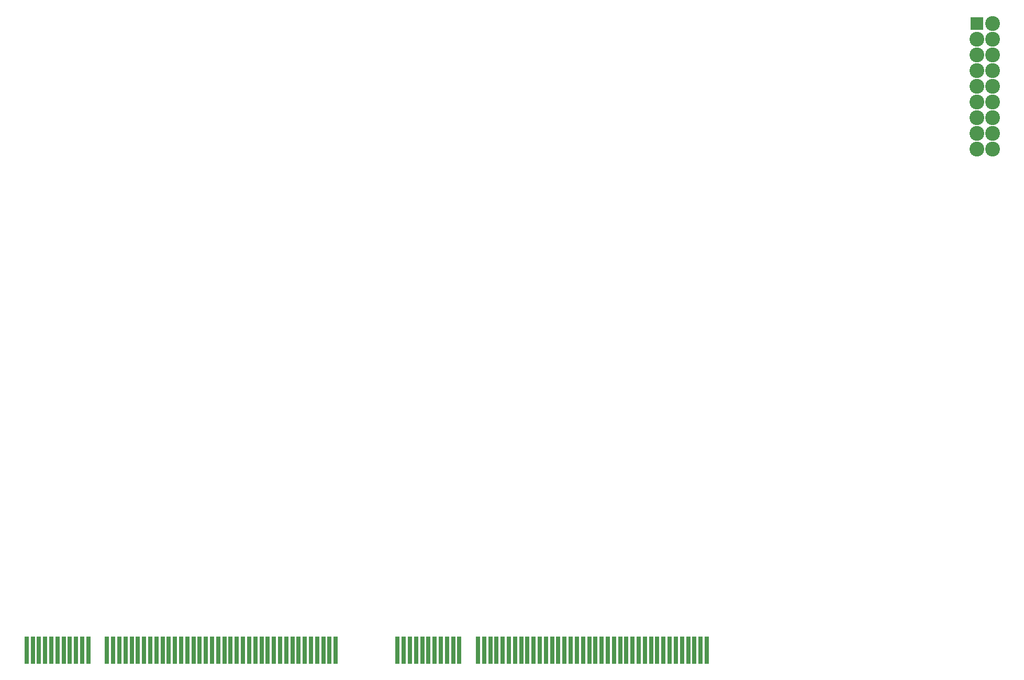
<source format=gbs>
G04 #@! TF.GenerationSoftware,KiCad,Pcbnew,(5.0.0-rc2-35-gda6600525)*
G04 #@! TF.CreationDate,2018-07-08T09:44:57-07:00*
G04 #@! TF.ProjectId,shifter,736869667465722E6B696361645F7063,rev?*
G04 #@! TF.SameCoordinates,Original*
G04 #@! TF.FileFunction,Soldermask,Bot*
G04 #@! TF.FilePolarity,Negative*
%FSLAX46Y46*%
G04 Gerber Fmt 4.6, Leading zero omitted, Abs format (unit mm)*
G04 Created by KiCad (PCBNEW (5.0.0-rc2-35-gda6600525)) date 07/08/18 09:44:57*
%MOMM*%
%LPD*%
G01*
G04 APERTURE LIST*
%ADD10R,0.700000X4.400000*%
%ADD11C,2.400000*%
%ADD12R,2.000000X2.000000*%
G04 APERTURE END LIST*
D10*
G04 #@! TO.C,P1*
X106040000Y-163010000D03*
X107040000Y-163010000D03*
X108040000Y-163010000D03*
X109040000Y-163010000D03*
X110040000Y-163010000D03*
X111040000Y-163010000D03*
X112040000Y-163010000D03*
X113040000Y-163010000D03*
X114040000Y-163010000D03*
X115040000Y-163010000D03*
X116040000Y-163010000D03*
X119040000Y-163010000D03*
X120040000Y-163010000D03*
X121040000Y-163010000D03*
X122040000Y-163010000D03*
X123040000Y-163010000D03*
X124040000Y-163010000D03*
X125040000Y-163010000D03*
X126040000Y-163010000D03*
X127040000Y-163010000D03*
X128040000Y-163010000D03*
X129040000Y-163010000D03*
X130040000Y-163010000D03*
X131040000Y-163010000D03*
X132040000Y-163010000D03*
X133040000Y-163010000D03*
X134040000Y-163010000D03*
X135040000Y-163010000D03*
X136040000Y-163010000D03*
X137040000Y-163010000D03*
X138040000Y-163010000D03*
X139040000Y-163010000D03*
X140040000Y-163010000D03*
X141040000Y-163010000D03*
X142040000Y-163010000D03*
X143040000Y-163010000D03*
X144040000Y-163010000D03*
X145040000Y-163010000D03*
X146040000Y-163010000D03*
X147040000Y-163010000D03*
X148040000Y-163010000D03*
X149040000Y-163010000D03*
X150040000Y-163010000D03*
X151040000Y-163010000D03*
X152040000Y-163010000D03*
X153040000Y-163010000D03*
X154040000Y-163010000D03*
X155040000Y-163010000D03*
X156040000Y-163010000D03*
X166040000Y-163010000D03*
X179040000Y-163010000D03*
X167040000Y-163010000D03*
X168040000Y-163010000D03*
X169040000Y-163010000D03*
X170040000Y-163010000D03*
X171040000Y-163010000D03*
X172040000Y-163010000D03*
X173040000Y-163010000D03*
X174040000Y-163010000D03*
X175040000Y-163010000D03*
X176040000Y-163010000D03*
X180040000Y-163010000D03*
X181040000Y-163010000D03*
X182040000Y-163010000D03*
X183040000Y-163010000D03*
X184040000Y-163010000D03*
X185040000Y-163010000D03*
X186040000Y-163010000D03*
X187040000Y-163010000D03*
X188040000Y-163010000D03*
X189040000Y-163010000D03*
X190040000Y-163010000D03*
X191040000Y-163010000D03*
X192040000Y-163010000D03*
X193040000Y-163010000D03*
X194040000Y-163010000D03*
X195040000Y-163010000D03*
X196040000Y-163010000D03*
X197040000Y-163010000D03*
X198040000Y-163010000D03*
X199040000Y-163010000D03*
X200040000Y-163010000D03*
X201040000Y-163010000D03*
X202040000Y-163010000D03*
X203040000Y-163010000D03*
X204040000Y-163010000D03*
X205040000Y-163010000D03*
X206040000Y-163010000D03*
X207040000Y-163010000D03*
X208040000Y-163010000D03*
X209040000Y-163010000D03*
X210040000Y-163010000D03*
X211040000Y-163010000D03*
X212040000Y-163010000D03*
X213040000Y-163010000D03*
X214040000Y-163010000D03*
X215040000Y-163010000D03*
X216040000Y-163010000D03*
G04 #@! TD*
D11*
G04 #@! TO.C,J1*
X262240000Y-81920000D03*
X262240000Y-79380000D03*
X262240000Y-76840000D03*
X262240000Y-74300000D03*
X262240000Y-71760000D03*
X262240000Y-69220000D03*
X262240000Y-66680000D03*
X262240000Y-64140000D03*
X262240000Y-61600000D03*
X259700000Y-81920000D03*
X259700000Y-79380000D03*
X259700000Y-76840000D03*
X259700000Y-74300000D03*
X259700000Y-71760000D03*
X259700000Y-69220000D03*
X259700000Y-66680000D03*
X259700000Y-64140000D03*
D12*
X259700000Y-61600000D03*
G04 #@! TD*
M02*

</source>
